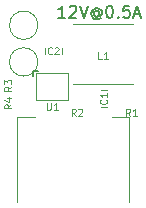
<source format=gto>
G04 #@! TF.GenerationSoftware,KiCad,Pcbnew,(5.1.2)-2*
G04 #@! TF.CreationDate,2019-09-12T19:32:37+02:00*
G04 #@! TF.ProjectId,braunAdapterUSBC,62726175-6e41-4646-9170-746572555342,rev?*
G04 #@! TF.SameCoordinates,Original*
G04 #@! TF.FileFunction,Legend,Top*
G04 #@! TF.FilePolarity,Positive*
%FSLAX46Y46*%
G04 Gerber Fmt 4.6, Leading zero omitted, Abs format (unit mm)*
G04 Created by KiCad (PCBNEW (5.1.2)-2) date 2019-09-12 19:32:37*
%MOMM*%
%LPD*%
G04 APERTURE LIST*
%ADD10C,0.200000*%
%ADD11C,0.120000*%
%ADD12C,0.100000*%
%ADD13C,0.150000*%
G04 APERTURE END LIST*
D10*
X-680952Y13747619D02*
X-1252380Y13747619D01*
X-966666Y13747619D02*
X-966666Y14747619D01*
X-1061904Y14604761D01*
X-1157142Y14509523D01*
X-1252380Y14461904D01*
X-300000Y14652380D02*
X-252380Y14700000D01*
X-157142Y14747619D01*
X80952Y14747619D01*
X176190Y14700000D01*
X223809Y14652380D01*
X271428Y14557142D01*
X271428Y14461904D01*
X223809Y14319047D01*
X-347619Y13747619D01*
X271428Y13747619D01*
X557142Y14747619D02*
X890476Y13747619D01*
X1223809Y14747619D01*
X2176190Y14223809D02*
X2128571Y14271428D01*
X2033333Y14319047D01*
X1938095Y14319047D01*
X1842857Y14271428D01*
X1795238Y14223809D01*
X1747619Y14128571D01*
X1747619Y14033333D01*
X1795238Y13938095D01*
X1842857Y13890476D01*
X1938095Y13842857D01*
X2033333Y13842857D01*
X2128571Y13890476D01*
X2176190Y13938095D01*
X2176190Y14319047D02*
X2176190Y13938095D01*
X2223809Y13890476D01*
X2271428Y13890476D01*
X2366666Y13938095D01*
X2414285Y14033333D01*
X2414285Y14271428D01*
X2319047Y14414285D01*
X2176190Y14509523D01*
X1985714Y14557142D01*
X1795238Y14509523D01*
X1652380Y14414285D01*
X1557142Y14271428D01*
X1509523Y14080952D01*
X1557142Y13890476D01*
X1652380Y13747619D01*
X1795238Y13652380D01*
X1985714Y13604761D01*
X2176190Y13652380D01*
X2319047Y13747619D01*
X3033333Y14747619D02*
X3128571Y14747619D01*
X3223809Y14700000D01*
X3271428Y14652380D01*
X3319047Y14557142D01*
X3366666Y14366666D01*
X3366666Y14128571D01*
X3319047Y13938095D01*
X3271428Y13842857D01*
X3223809Y13795238D01*
X3128571Y13747619D01*
X3033333Y13747619D01*
X2938095Y13795238D01*
X2890476Y13842857D01*
X2842857Y13938095D01*
X2795238Y14128571D01*
X2795238Y14366666D01*
X2842857Y14557142D01*
X2890476Y14652380D01*
X2938095Y14700000D01*
X3033333Y14747619D01*
X3795238Y13842857D02*
X3842857Y13795238D01*
X3795238Y13747619D01*
X3747619Y13795238D01*
X3795238Y13842857D01*
X3795238Y13747619D01*
X4747619Y14747619D02*
X4271428Y14747619D01*
X4223809Y14271428D01*
X4271428Y14319047D01*
X4366666Y14366666D01*
X4604761Y14366666D01*
X4700000Y14319047D01*
X4747619Y14271428D01*
X4795238Y14176190D01*
X4795238Y13938095D01*
X4747619Y13842857D01*
X4700000Y13795238D01*
X4604761Y13747619D01*
X4366666Y13747619D01*
X4271428Y13795238D01*
X4223809Y13842857D01*
X5176190Y14033333D02*
X5652380Y14033333D01*
X5080952Y13747619D02*
X5414285Y14747619D01*
X5747619Y13747619D01*
D11*
X-50000Y13250000D02*
X5050000Y13250000D01*
X-50000Y8150000D02*
X5050000Y8150000D01*
X3250000Y5370000D02*
X4750000Y5370000D01*
X4750000Y5370000D02*
X4750000Y-1890000D01*
X-4750000Y5370000D02*
X-4750000Y-1890000D01*
X-4750000Y5370000D02*
X-3250000Y5370000D01*
X2341422Y6190000D02*
X2858578Y6190000D01*
X2341422Y7610000D02*
X2858578Y7610000D01*
X-990000Y11158578D02*
X-990000Y10641422D01*
X-2410000Y11158578D02*
X-2410000Y10641422D01*
X-3000000Y13100000D02*
G75*
G03X-3000000Y13100000I-1200000J0D01*
G01*
X-3000000Y10000000D02*
G75*
G03X-3000000Y10000000I-1200000J0D01*
G01*
D12*
X-3180000Y9025001D02*
X-420000Y9025001D01*
X-420000Y9025001D02*
X-420000Y6735001D01*
X-420000Y6735001D02*
X-3180018Y6735001D01*
X-3180000Y9025022D02*
X-3180000Y6735001D01*
D13*
X-3380000Y8795001D02*
X-3380000Y9225001D01*
X-2950000Y9225001D02*
X-3380000Y9225001D01*
D12*
X2400000Y10228571D02*
X2114285Y10228571D01*
X2114285Y10828571D01*
X2914285Y10228571D02*
X2571428Y10228571D01*
X2742857Y10228571D02*
X2742857Y10828571D01*
X2685714Y10742857D01*
X2628571Y10685714D01*
X2571428Y10657142D01*
X2814285Y6800000D02*
X2842857Y6771428D01*
X2871428Y6685714D01*
X2871428Y6628571D01*
X2842857Y6542857D01*
X2785714Y6485714D01*
X2728571Y6457142D01*
X2614285Y6428571D01*
X2528571Y6428571D01*
X2414285Y6457142D01*
X2357142Y6485714D01*
X2300000Y6542857D01*
X2271428Y6628571D01*
X2271428Y6685714D01*
X2300000Y6771428D01*
X2328571Y6800000D01*
X2871428Y7371428D02*
X2871428Y7028571D01*
X2871428Y7200000D02*
X2271428Y7200000D01*
X2357142Y7142857D01*
X2414285Y7085714D01*
X2442857Y7028571D01*
X-1799999Y10685714D02*
X-1828571Y10657142D01*
X-1914285Y10628571D01*
X-1971428Y10628571D01*
X-2057142Y10657142D01*
X-2114285Y10714285D01*
X-2142857Y10771428D01*
X-2171428Y10885714D01*
X-2171428Y10971428D01*
X-2142857Y11085714D01*
X-2114285Y11142857D01*
X-2057142Y11200000D01*
X-1971428Y11228571D01*
X-1914285Y11228571D01*
X-1828571Y11200000D01*
X-1799999Y11171428D01*
X-1571428Y11171428D02*
X-1542857Y11200000D01*
X-1485714Y11228571D01*
X-1342857Y11228571D01*
X-1285714Y11200000D01*
X-1257142Y11171428D01*
X-1228571Y11114285D01*
X-1228571Y11057142D01*
X-1257142Y10971428D01*
X-1599999Y10628571D01*
X-1228571Y10628571D01*
X4800000Y5428571D02*
X4600000Y5714285D01*
X4457142Y5428571D02*
X4457142Y6028571D01*
X4685714Y6028571D01*
X4742857Y6000000D01*
X4771428Y5971428D01*
X4800000Y5914285D01*
X4800000Y5828571D01*
X4771428Y5771428D01*
X4742857Y5742857D01*
X4685714Y5714285D01*
X4457142Y5714285D01*
X5371428Y5428571D02*
X5028571Y5428571D01*
X5200000Y5428571D02*
X5200000Y6028571D01*
X5142857Y5942857D01*
X5085714Y5885714D01*
X5028571Y5857142D01*
X200000Y5428571D02*
X0Y5714285D01*
X-142857Y5428571D02*
X-142857Y6028571D01*
X85714Y6028571D01*
X142857Y6000000D01*
X171428Y5971428D01*
X200000Y5914285D01*
X200000Y5828571D01*
X171428Y5771428D01*
X142857Y5742857D01*
X85714Y5714285D01*
X-142857Y5714285D01*
X428571Y5971428D02*
X457142Y6000000D01*
X514285Y6028571D01*
X657142Y6028571D01*
X714285Y6000000D01*
X742857Y5971428D01*
X771428Y5914285D01*
X771428Y5857142D01*
X742857Y5771428D01*
X399999Y5428571D01*
X771428Y5428571D01*
X-5228571Y7900000D02*
X-5514285Y7700000D01*
X-5228571Y7557142D02*
X-5828571Y7557142D01*
X-5828571Y7785714D01*
X-5800000Y7842857D01*
X-5771428Y7871428D01*
X-5714285Y7900000D01*
X-5628571Y7900000D01*
X-5571428Y7871428D01*
X-5542857Y7842857D01*
X-5514285Y7785714D01*
X-5514285Y7557142D01*
X-5828571Y8100000D02*
X-5828571Y8471428D01*
X-5600000Y8271428D01*
X-5600000Y8357142D01*
X-5571428Y8414285D01*
X-5542857Y8442857D01*
X-5485714Y8471428D01*
X-5342857Y8471428D01*
X-5285714Y8442857D01*
X-5257142Y8414285D01*
X-5228571Y8357142D01*
X-5228571Y8185714D01*
X-5257142Y8128571D01*
X-5285714Y8100000D01*
X-5228571Y6400000D02*
X-5514285Y6200000D01*
X-5228571Y6057142D02*
X-5828571Y6057142D01*
X-5828571Y6285714D01*
X-5800000Y6342857D01*
X-5771428Y6371428D01*
X-5714285Y6400000D01*
X-5628571Y6400000D01*
X-5571428Y6371428D01*
X-5542857Y6342857D01*
X-5514285Y6285714D01*
X-5514285Y6057142D01*
X-5628571Y6914285D02*
X-5228571Y6914285D01*
X-5857142Y6771428D02*
X-5428571Y6628571D01*
X-5428571Y7000000D01*
X-2257142Y6528571D02*
X-2257142Y6042857D01*
X-2228571Y5985714D01*
X-2200000Y5957142D01*
X-2142857Y5928571D01*
X-2028571Y5928571D01*
X-1971428Y5957142D01*
X-1942857Y5985714D01*
X-1914285Y6042857D01*
X-1914285Y6528571D01*
X-1314285Y5928571D02*
X-1657142Y5928571D01*
X-1485714Y5928571D02*
X-1485714Y6528571D01*
X-1542857Y6442857D01*
X-1600000Y6385714D01*
X-1657142Y6357142D01*
M02*

</source>
